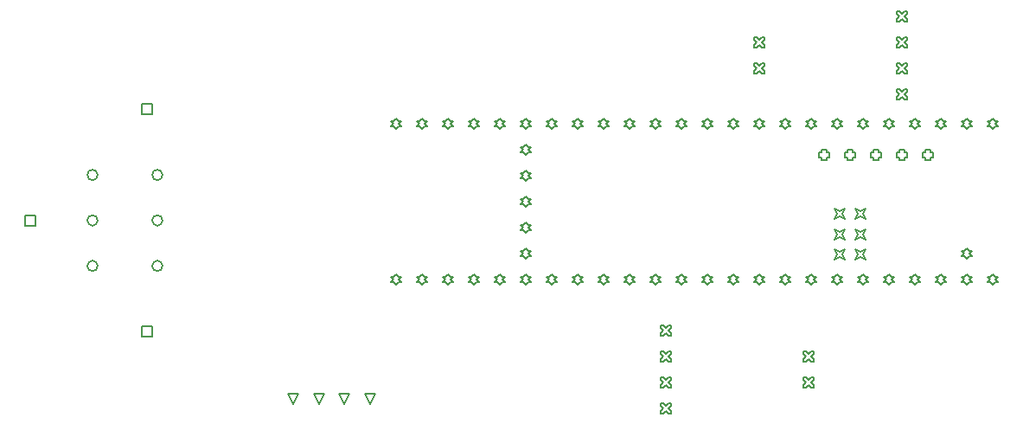
<source format=gbr>
%TF.GenerationSoftware,Altium Limited,Altium Designer,24.10.1 (45)*%
G04 Layer_Color=2752767*
%FSLAX45Y45*%
%MOMM*%
%TF.SameCoordinates,7F7612D6-C118-48B3-99A1-FC737374F31D*%
%TF.FilePolarity,Positive*%
%TF.FileFunction,Drawing*%
%TF.Part,Single*%
G01*
G75*
%TA.AperFunction,NonConductor*%
%ADD26C,0.12700*%
%ADD45C,0.16933*%
D26*
X939800Y2318900D02*
Y2420500D01*
X1041400D01*
Y2318900D01*
X939800D01*
X2082800Y3405900D02*
Y3507500D01*
X2184400D01*
Y3405900D01*
X2082800D01*
Y1231900D02*
Y1333500D01*
X2184400D01*
Y1231900D01*
X2082800D01*
X8559800Y736600D02*
X8585200D01*
X8610600Y762000D01*
X8636000Y736600D01*
X8661400D01*
Y762000D01*
X8636000Y787400D01*
X8661400Y812800D01*
Y838200D01*
X8636000D01*
X8610600Y812800D01*
X8585200Y838200D01*
X8559800D01*
Y812800D01*
X8585200Y787400D01*
X8559800Y762000D01*
Y736600D01*
Y990600D02*
X8585200D01*
X8610600Y1016000D01*
X8636000Y990600D01*
X8661400D01*
Y1016000D01*
X8636000Y1041400D01*
X8661400Y1066800D01*
Y1092200D01*
X8636000D01*
X8610600Y1066800D01*
X8585200Y1092200D01*
X8559800D01*
Y1066800D01*
X8585200Y1041400D01*
X8559800Y1016000D01*
Y990600D01*
X7162800Y1244600D02*
X7188200D01*
X7213600Y1270000D01*
X7239000Y1244600D01*
X7264400D01*
Y1270000D01*
X7239000Y1295400D01*
X7264400Y1320800D01*
Y1346200D01*
X7239000D01*
X7213600Y1320800D01*
X7188200Y1346200D01*
X7162800D01*
Y1320800D01*
X7188200Y1295400D01*
X7162800Y1270000D01*
Y1244600D01*
Y990600D02*
X7188200D01*
X7213600Y1016000D01*
X7239000Y990600D01*
X7264400D01*
Y1016000D01*
X7239000Y1041400D01*
X7264400Y1066800D01*
Y1092200D01*
X7239000D01*
X7213600Y1066800D01*
X7188200Y1092200D01*
X7162800D01*
Y1066800D01*
X7188200Y1041400D01*
X7162800Y1016000D01*
Y990600D01*
Y736600D02*
X7188200D01*
X7213600Y762000D01*
X7239000Y736600D01*
X7264400D01*
Y762000D01*
X7239000Y787400D01*
X7264400Y812800D01*
Y838200D01*
X7239000D01*
X7213600Y812800D01*
X7188200Y838200D01*
X7162800D01*
Y812800D01*
X7188200Y787400D01*
X7162800Y762000D01*
Y736600D01*
Y482600D02*
X7188200D01*
X7213600Y508000D01*
X7239000Y482600D01*
X7264400D01*
Y508000D01*
X7239000Y533400D01*
X7264400Y558800D01*
Y584200D01*
X7239000D01*
X7213600Y558800D01*
X7188200Y584200D01*
X7162800D01*
Y558800D01*
X7188200Y533400D01*
X7162800Y508000D01*
Y482600D01*
X6604000Y1739900D02*
X6629400Y1765300D01*
X6654800D01*
X6629400Y1790700D01*
X6654800Y1816100D01*
X6629400D01*
X6604000Y1841500D01*
X6578600Y1816100D01*
X6553200D01*
X6578600Y1790700D01*
X6553200Y1765300D01*
X6578600D01*
X6604000Y1739900D01*
X6350000D02*
X6375400Y1765300D01*
X6400800D01*
X6375400Y1790700D01*
X6400800Y1816100D01*
X6375400D01*
X6350000Y1841500D01*
X6324600Y1816100D01*
X6299200D01*
X6324600Y1790700D01*
X6299200Y1765300D01*
X6324600D01*
X6350000Y1739900D01*
X6096000D02*
X6121400Y1765300D01*
X6146800D01*
X6121400Y1790700D01*
X6146800Y1816100D01*
X6121400D01*
X6096000Y1841500D01*
X6070600Y1816100D01*
X6045200D01*
X6070600Y1790700D01*
X6045200Y1765300D01*
X6070600D01*
X6096000Y1739900D01*
X5842000D02*
X5867400Y1765300D01*
X5892800D01*
X5867400Y1790700D01*
X5892800Y1816100D01*
X5867400D01*
X5842000Y1841500D01*
X5816600Y1816100D01*
X5791200D01*
X5816600Y1790700D01*
X5791200Y1765300D01*
X5816600D01*
X5842000Y1739900D01*
X5588000D02*
X5613400Y1765300D01*
X5638800D01*
X5613400Y1790700D01*
X5638800Y1816100D01*
X5613400D01*
X5588000Y1841500D01*
X5562600Y1816100D01*
X5537200D01*
X5562600Y1790700D01*
X5537200Y1765300D01*
X5562600D01*
X5588000Y1739900D01*
X5334000D02*
X5359400Y1765300D01*
X5384800D01*
X5359400Y1790700D01*
X5384800Y1816100D01*
X5359400D01*
X5334000Y1841500D01*
X5308600Y1816100D01*
X5283200D01*
X5308600Y1790700D01*
X5283200Y1765300D01*
X5308600D01*
X5334000Y1739900D01*
X5080000D02*
X5105400Y1765300D01*
X5130800D01*
X5105400Y1790700D01*
X5130800Y1816100D01*
X5105400D01*
X5080000Y1841500D01*
X5054600Y1816100D01*
X5029200D01*
X5054600Y1790700D01*
X5029200Y1765300D01*
X5054600D01*
X5080000Y1739900D01*
X4826000D02*
X4851400Y1765300D01*
X4876800D01*
X4851400Y1790700D01*
X4876800Y1816100D01*
X4851400D01*
X4826000Y1841500D01*
X4800600Y1816100D01*
X4775200D01*
X4800600Y1790700D01*
X4775200Y1765300D01*
X4800600D01*
X4826000Y1739900D01*
X4572000D02*
X4597400Y1765300D01*
X4622800D01*
X4597400Y1790700D01*
X4622800Y1816100D01*
X4597400D01*
X4572000Y1841500D01*
X4546600Y1816100D01*
X4521200D01*
X4546600Y1790700D01*
X4521200Y1765300D01*
X4546600D01*
X4572000Y1739900D01*
Y3263900D02*
X4597400Y3289300D01*
X4622800D01*
X4597400Y3314700D01*
X4622800Y3340100D01*
X4597400D01*
X4572000Y3365500D01*
X4546600Y3340100D01*
X4521200D01*
X4546600Y3314700D01*
X4521200Y3289300D01*
X4546600D01*
X4572000Y3263900D01*
X4826000D02*
X4851400Y3289300D01*
X4876800D01*
X4851400Y3314700D01*
X4876800Y3340100D01*
X4851400D01*
X4826000Y3365500D01*
X4800600Y3340100D01*
X4775200D01*
X4800600Y3314700D01*
X4775200Y3289300D01*
X4800600D01*
X4826000Y3263900D01*
X5080000D02*
X5105400Y3289300D01*
X5130800D01*
X5105400Y3314700D01*
X5130800Y3340100D01*
X5105400D01*
X5080000Y3365500D01*
X5054600Y3340100D01*
X5029200D01*
X5054600Y3314700D01*
X5029200Y3289300D01*
X5054600D01*
X5080000Y3263900D01*
X5334000D02*
X5359400Y3289300D01*
X5384800D01*
X5359400Y3314700D01*
X5384800Y3340100D01*
X5359400D01*
X5334000Y3365500D01*
X5308600Y3340100D01*
X5283200D01*
X5308600Y3314700D01*
X5283200Y3289300D01*
X5308600D01*
X5334000Y3263900D01*
X5588000D02*
X5613400Y3289300D01*
X5638800D01*
X5613400Y3314700D01*
X5638800Y3340100D01*
X5613400D01*
X5588000Y3365500D01*
X5562600Y3340100D01*
X5537200D01*
X5562600Y3314700D01*
X5537200Y3289300D01*
X5562600D01*
X5588000Y3263900D01*
X5842000D02*
X5867400Y3289300D01*
X5892800D01*
X5867400Y3314700D01*
X5892800Y3340100D01*
X5867400D01*
X5842000Y3365500D01*
X5816600Y3340100D01*
X5791200D01*
X5816600Y3314700D01*
X5791200Y3289300D01*
X5816600D01*
X5842000Y3263900D01*
X6096000D02*
X6121400Y3289300D01*
X6146800D01*
X6121400Y3314700D01*
X6146800Y3340100D01*
X6121400D01*
X6096000Y3365500D01*
X6070600Y3340100D01*
X6045200D01*
X6070600Y3314700D01*
X6045200Y3289300D01*
X6070600D01*
X6096000Y3263900D01*
X6350000D02*
X6375400Y3289300D01*
X6400800D01*
X6375400Y3314700D01*
X6400800Y3340100D01*
X6375400D01*
X6350000Y3365500D01*
X6324600Y3340100D01*
X6299200D01*
X6324600Y3314700D01*
X6299200Y3289300D01*
X6324600D01*
X6350000Y3263900D01*
X6604000D02*
X6629400Y3289300D01*
X6654800D01*
X6629400Y3314700D01*
X6654800Y3340100D01*
X6629400D01*
X6604000Y3365500D01*
X6578600Y3340100D01*
X6553200D01*
X6578600Y3314700D01*
X6553200Y3289300D01*
X6578600D01*
X6604000Y3263900D01*
X10414000Y1739900D02*
X10439400Y1765300D01*
X10464800D01*
X10439400Y1790700D01*
X10464800Y1816100D01*
X10439400D01*
X10414000Y1841500D01*
X10388600Y1816100D01*
X10363200D01*
X10388600Y1790700D01*
X10363200Y1765300D01*
X10388600D01*
X10414000Y1739900D01*
X10160000D02*
X10185400Y1765300D01*
X10210800D01*
X10185400Y1790700D01*
X10210800Y1816100D01*
X10185400D01*
X10160000Y1841500D01*
X10134600Y1816100D01*
X10109200D01*
X10134600Y1790700D01*
X10109200Y1765300D01*
X10134600D01*
X10160000Y1739900D01*
X9906000D02*
X9931400Y1765300D01*
X9956800D01*
X9931400Y1790700D01*
X9956800Y1816100D01*
X9931400D01*
X9906000Y1841500D01*
X9880600Y1816100D01*
X9855200D01*
X9880600Y1790700D01*
X9855200Y1765300D01*
X9880600D01*
X9906000Y1739900D01*
X9652000D02*
X9677400Y1765300D01*
X9702800D01*
X9677400Y1790700D01*
X9702800Y1816100D01*
X9677400D01*
X9652000Y1841500D01*
X9626600Y1816100D01*
X9601200D01*
X9626600Y1790700D01*
X9601200Y1765300D01*
X9626600D01*
X9652000Y1739900D01*
X9398000D02*
X9423400Y1765300D01*
X9448800D01*
X9423400Y1790700D01*
X9448800Y1816100D01*
X9423400D01*
X9398000Y1841500D01*
X9372600Y1816100D01*
X9347200D01*
X9372600Y1790700D01*
X9347200Y1765300D01*
X9372600D01*
X9398000Y1739900D01*
X9144000D02*
X9169400Y1765300D01*
X9194800D01*
X9169400Y1790700D01*
X9194800Y1816100D01*
X9169400D01*
X9144000Y1841500D01*
X9118600Y1816100D01*
X9093200D01*
X9118600Y1790700D01*
X9093200Y1765300D01*
X9118600D01*
X9144000Y1739900D01*
X8890000D02*
X8915400Y1765300D01*
X8940800D01*
X8915400Y1790700D01*
X8940800Y1816100D01*
X8915400D01*
X8890000Y1841500D01*
X8864600Y1816100D01*
X8839200D01*
X8864600Y1790700D01*
X8839200Y1765300D01*
X8864600D01*
X8890000Y1739900D01*
X8636000D02*
X8661400Y1765300D01*
X8686800D01*
X8661400Y1790700D01*
X8686800Y1816100D01*
X8661400D01*
X8636000Y1841500D01*
X8610600Y1816100D01*
X8585200D01*
X8610600Y1790700D01*
X8585200Y1765300D01*
X8610600D01*
X8636000Y1739900D01*
X8382000D02*
X8407400Y1765300D01*
X8432800D01*
X8407400Y1790700D01*
X8432800Y1816100D01*
X8407400D01*
X8382000Y1841500D01*
X8356600Y1816100D01*
X8331200D01*
X8356600Y1790700D01*
X8331200Y1765300D01*
X8356600D01*
X8382000Y1739900D01*
X8128000D02*
X8153400Y1765300D01*
X8178800D01*
X8153400Y1790700D01*
X8178800Y1816100D01*
X8153400D01*
X8128000Y1841500D01*
X8102600Y1816100D01*
X8077200D01*
X8102600Y1790700D01*
X8077200Y1765300D01*
X8102600D01*
X8128000Y1739900D01*
X7874000D02*
X7899400Y1765300D01*
X7924800D01*
X7899400Y1790700D01*
X7924800Y1816100D01*
X7899400D01*
X7874000Y1841500D01*
X7848600Y1816100D01*
X7823200D01*
X7848600Y1790700D01*
X7823200Y1765300D01*
X7848600D01*
X7874000Y1739900D01*
X7620000D02*
X7645400Y1765300D01*
X7670800D01*
X7645400Y1790700D01*
X7670800Y1816100D01*
X7645400D01*
X7620000Y1841500D01*
X7594600Y1816100D01*
X7569200D01*
X7594600Y1790700D01*
X7569200Y1765300D01*
X7594600D01*
X7620000Y1739900D01*
X7366000D02*
X7391400Y1765300D01*
X7416800D01*
X7391400Y1790700D01*
X7416800Y1816100D01*
X7391400D01*
X7366000Y1841500D01*
X7340600Y1816100D01*
X7315200D01*
X7340600Y1790700D01*
X7315200Y1765300D01*
X7340600D01*
X7366000Y1739900D01*
X7112000D02*
X7137400Y1765300D01*
X7162800D01*
X7137400Y1790700D01*
X7162800Y1816100D01*
X7137400D01*
X7112000Y1841500D01*
X7086600Y1816100D01*
X7061200D01*
X7086600Y1790700D01*
X7061200Y1765300D01*
X7086600D01*
X7112000Y1739900D01*
X6858000Y3263900D02*
X6883400Y3289300D01*
X6908800D01*
X6883400Y3314700D01*
X6908800Y3340100D01*
X6883400D01*
X6858000Y3365500D01*
X6832600Y3340100D01*
X6807200D01*
X6832600Y3314700D01*
X6807200Y3289300D01*
X6832600D01*
X6858000Y3263900D01*
X7112000D02*
X7137400Y3289300D01*
X7162800D01*
X7137400Y3314700D01*
X7162800Y3340100D01*
X7137400D01*
X7112000Y3365500D01*
X7086600Y3340100D01*
X7061200D01*
X7086600Y3314700D01*
X7061200Y3289300D01*
X7086600D01*
X7112000Y3263900D01*
X7366000D02*
X7391400Y3289300D01*
X7416800D01*
X7391400Y3314700D01*
X7416800Y3340100D01*
X7391400D01*
X7366000Y3365500D01*
X7340600Y3340100D01*
X7315200D01*
X7340600Y3314700D01*
X7315200Y3289300D01*
X7340600D01*
X7366000Y3263900D01*
X7620000D02*
X7645400Y3289300D01*
X7670800D01*
X7645400Y3314700D01*
X7670800Y3340100D01*
X7645400D01*
X7620000Y3365500D01*
X7594600Y3340100D01*
X7569200D01*
X7594600Y3314700D01*
X7569200Y3289300D01*
X7594600D01*
X7620000Y3263900D01*
X7874000D02*
X7899400Y3289300D01*
X7924800D01*
X7899400Y3314700D01*
X7924800Y3340100D01*
X7899400D01*
X7874000Y3365500D01*
X7848600Y3340100D01*
X7823200D01*
X7848600Y3314700D01*
X7823200Y3289300D01*
X7848600D01*
X7874000Y3263900D01*
X8128000D02*
X8153400Y3289300D01*
X8178800D01*
X8153400Y3314700D01*
X8178800Y3340100D01*
X8153400D01*
X8128000Y3365500D01*
X8102600Y3340100D01*
X8077200D01*
X8102600Y3314700D01*
X8077200Y3289300D01*
X8102600D01*
X8128000Y3263900D01*
X8382000D02*
X8407400Y3289300D01*
X8432800D01*
X8407400Y3314700D01*
X8432800Y3340100D01*
X8407400D01*
X8382000Y3365500D01*
X8356600Y3340100D01*
X8331200D01*
X8356600Y3314700D01*
X8331200Y3289300D01*
X8356600D01*
X8382000Y3263900D01*
X8636000D02*
X8661400Y3289300D01*
X8686800D01*
X8661400Y3314700D01*
X8686800Y3340100D01*
X8661400D01*
X8636000Y3365500D01*
X8610600Y3340100D01*
X8585200D01*
X8610600Y3314700D01*
X8585200Y3289300D01*
X8610600D01*
X8636000Y3263900D01*
X8890000D02*
X8915400Y3289300D01*
X8940800D01*
X8915400Y3314700D01*
X8940800Y3340100D01*
X8915400D01*
X8890000Y3365500D01*
X8864600Y3340100D01*
X8839200D01*
X8864600Y3314700D01*
X8839200Y3289300D01*
X8864600D01*
X8890000Y3263900D01*
X9144000D02*
X9169400Y3289300D01*
X9194800D01*
X9169400Y3314700D01*
X9194800Y3340100D01*
X9169400D01*
X9144000Y3365500D01*
X9118600Y3340100D01*
X9093200D01*
X9118600Y3314700D01*
X9093200Y3289300D01*
X9118600D01*
X9144000Y3263900D01*
X9398000D02*
X9423400Y3289300D01*
X9448800D01*
X9423400Y3314700D01*
X9448800Y3340100D01*
X9423400D01*
X9398000Y3365500D01*
X9372600Y3340100D01*
X9347200D01*
X9372600Y3314700D01*
X9347200Y3289300D01*
X9372600D01*
X9398000Y3263900D01*
X9652000D02*
X9677400Y3289300D01*
X9702800D01*
X9677400Y3314700D01*
X9702800Y3340100D01*
X9677400D01*
X9652000Y3365500D01*
X9626600Y3340100D01*
X9601200D01*
X9626600Y3314700D01*
X9601200Y3289300D01*
X9626600D01*
X9652000Y3263900D01*
X9906000D02*
X9931400Y3289300D01*
X9956800D01*
X9931400Y3314700D01*
X9956800Y3340100D01*
X9931400D01*
X9906000Y3365500D01*
X9880600Y3340100D01*
X9855200D01*
X9880600Y3314700D01*
X9855200Y3289300D01*
X9880600D01*
X9906000Y3263900D01*
X8737600Y2984300D02*
Y2958900D01*
X8788400D01*
Y2984300D01*
X8813800D01*
Y3035100D01*
X8788400D01*
Y3060500D01*
X8737600D01*
Y3035100D01*
X8712200D01*
Y2984300D01*
X8737600D01*
X8991600D02*
Y2958900D01*
X9042400D01*
Y2984300D01*
X9067800D01*
Y3035100D01*
X9042400D01*
Y3060500D01*
X8991600D01*
Y3035100D01*
X8966200D01*
Y2984300D01*
X8991600D01*
X9245600D02*
Y2958900D01*
X9296400D01*
Y2984300D01*
X9321800D01*
Y3035100D01*
X9296400D01*
Y3060500D01*
X9245600D01*
Y3035100D01*
X9220200D01*
Y2984300D01*
X9245600D01*
X9499600D02*
Y2958900D01*
X9550400D01*
Y2984300D01*
X9575800D01*
Y3035100D01*
X9550400D01*
Y3060500D01*
X9499600D01*
Y3035100D01*
X9474200D01*
Y2984300D01*
X9499600D01*
X9753600D02*
Y2958900D01*
X9804400D01*
Y2984300D01*
X9829800D01*
Y3035100D01*
X9804400D01*
Y3060500D01*
X9753600D01*
Y3035100D01*
X9728200D01*
Y2984300D01*
X9753600D01*
X9066200Y2384900D02*
X9091600Y2435700D01*
X9066200Y2486500D01*
X9117000Y2461100D01*
X9167800Y2486500D01*
X9142400Y2435700D01*
X9167800Y2384900D01*
X9117000Y2410300D01*
X9066200Y2384900D01*
Y2184900D02*
X9091600Y2235700D01*
X9066200Y2286500D01*
X9117000Y2261100D01*
X9167800Y2286500D01*
X9142400Y2235700D01*
X9167800Y2184900D01*
X9117000Y2210300D01*
X9066200Y2184900D01*
X8866200Y2384900D02*
X8891600Y2435700D01*
X8866200Y2486500D01*
X8917000Y2461100D01*
X8967800Y2486500D01*
X8942400Y2435700D01*
X8967800Y2384900D01*
X8917000Y2410300D01*
X8866200Y2384900D01*
Y2184900D02*
X8891600Y2235700D01*
X8866200Y2286500D01*
X8917000Y2261100D01*
X8967800Y2286500D01*
X8942400Y2235700D01*
X8967800Y2184900D01*
X8917000Y2210300D01*
X8866200Y2184900D01*
X9066200Y1984900D02*
X9091600Y2035700D01*
X9066200Y2086500D01*
X9117000Y2061100D01*
X9167800Y2086500D01*
X9142400Y2035700D01*
X9167800Y1984900D01*
X9117000Y2010300D01*
X9066200Y1984900D01*
X8866200D02*
X8891600Y2035700D01*
X8866200Y2086500D01*
X8917000Y2061100D01*
X8967800Y2086500D01*
X8942400Y2035700D01*
X8967800Y1984900D01*
X8917000Y2010300D01*
X8866200Y1984900D01*
X6858000Y1739900D02*
X6883400Y1765300D01*
X6908800D01*
X6883400Y1790700D01*
X6908800Y1816100D01*
X6883400D01*
X6858000Y1841500D01*
X6832600Y1816100D01*
X6807200D01*
X6832600Y1790700D01*
X6807200Y1765300D01*
X6832600D01*
X6858000Y1739900D01*
X5842000Y2247900D02*
X5867400Y2273300D01*
X5892800D01*
X5867400Y2298700D01*
X5892800Y2324100D01*
X5867400D01*
X5842000Y2349500D01*
X5816600Y2324100D01*
X5791200D01*
X5816600Y2298700D01*
X5791200Y2273300D01*
X5816600D01*
X5842000Y2247900D01*
X10160000Y1993900D02*
X10185400Y2019300D01*
X10210800D01*
X10185400Y2044700D01*
X10210800Y2070100D01*
X10185400D01*
X10160000Y2095500D01*
X10134600Y2070100D01*
X10109200D01*
X10134600Y2044700D01*
X10109200Y2019300D01*
X10134600D01*
X10160000Y1993900D01*
X5842000D02*
X5867400Y2019300D01*
X5892800D01*
X5867400Y2044700D01*
X5892800Y2070100D01*
X5867400D01*
X5842000Y2095500D01*
X5816600Y2070100D01*
X5791200D01*
X5816600Y2044700D01*
X5791200Y2019300D01*
X5816600D01*
X5842000Y1993900D01*
Y2501900D02*
X5867400Y2527300D01*
X5892800D01*
X5867400Y2552700D01*
X5892800Y2578100D01*
X5867400D01*
X5842000Y2603500D01*
X5816600Y2578100D01*
X5791200D01*
X5816600Y2552700D01*
X5791200Y2527300D01*
X5816600D01*
X5842000Y2501900D01*
Y2755900D02*
X5867400Y2781300D01*
X5892800D01*
X5867400Y2806700D01*
X5892800Y2832100D01*
X5867400D01*
X5842000Y2857500D01*
X5816600Y2832100D01*
X5791200D01*
X5816600Y2806700D01*
X5791200Y2781300D01*
X5816600D01*
X5842000Y2755900D01*
Y3009900D02*
X5867400Y3035300D01*
X5892800D01*
X5867400Y3060700D01*
X5892800Y3086100D01*
X5867400D01*
X5842000Y3111500D01*
X5816600Y3086100D01*
X5791200D01*
X5816600Y3060700D01*
X5791200Y3035300D01*
X5816600D01*
X5842000Y3009900D01*
X10160000Y3263900D02*
X10185400Y3289300D01*
X10210800D01*
X10185400Y3314700D01*
X10210800Y3340100D01*
X10185400D01*
X10160000Y3365500D01*
X10134600Y3340100D01*
X10109200D01*
X10134600Y3314700D01*
X10109200Y3289300D01*
X10134600D01*
X10160000Y3263900D01*
X10414000D02*
X10439400Y3289300D01*
X10464800D01*
X10439400Y3314700D01*
X10464800Y3340100D01*
X10439400D01*
X10414000Y3365500D01*
X10388600Y3340100D01*
X10363200D01*
X10388600Y3314700D01*
X10363200Y3289300D01*
X10388600D01*
X10414000Y3263900D01*
X8077200Y4064000D02*
X8102600D01*
X8128000Y4089400D01*
X8153400Y4064000D01*
X8178800D01*
Y4089400D01*
X8153400Y4114800D01*
X8178800Y4140200D01*
Y4165600D01*
X8153400D01*
X8128000Y4140200D01*
X8102600Y4165600D01*
X8077200D01*
Y4140200D01*
X8102600Y4114800D01*
X8077200Y4089400D01*
Y4064000D01*
Y3810000D02*
X8102600D01*
X8128000Y3835400D01*
X8153400Y3810000D01*
X8178800D01*
Y3835400D01*
X8153400Y3860800D01*
X8178800Y3886200D01*
Y3911600D01*
X8153400D01*
X8128000Y3886200D01*
X8102600Y3911600D01*
X8077200D01*
Y3886200D01*
X8102600Y3860800D01*
X8077200Y3835400D01*
Y3810000D01*
X9474200Y3556000D02*
X9499600D01*
X9525000Y3581400D01*
X9550400Y3556000D01*
X9575800D01*
Y3581400D01*
X9550400Y3606800D01*
X9575800Y3632200D01*
Y3657600D01*
X9550400D01*
X9525000Y3632200D01*
X9499600Y3657600D01*
X9474200D01*
Y3632200D01*
X9499600Y3606800D01*
X9474200Y3581400D01*
Y3556000D01*
Y3810000D02*
X9499600D01*
X9525000Y3835400D01*
X9550400Y3810000D01*
X9575800D01*
Y3835400D01*
X9550400Y3860800D01*
X9575800Y3886200D01*
Y3911600D01*
X9550400D01*
X9525000Y3886200D01*
X9499600Y3911600D01*
X9474200D01*
Y3886200D01*
X9499600Y3860800D01*
X9474200Y3835400D01*
Y3810000D01*
Y4064000D02*
X9499600D01*
X9525000Y4089400D01*
X9550400Y4064000D01*
X9575800D01*
Y4089400D01*
X9550400Y4114800D01*
X9575800Y4140200D01*
Y4165600D01*
X9550400D01*
X9525000Y4140200D01*
X9499600Y4165600D01*
X9474200D01*
Y4140200D01*
X9499600Y4114800D01*
X9474200Y4089400D01*
Y4064000D01*
Y4318000D02*
X9499600D01*
X9525000Y4343400D01*
X9550400Y4318000D01*
X9575800D01*
Y4343400D01*
X9550400Y4368800D01*
X9575800Y4394200D01*
Y4419600D01*
X9550400D01*
X9525000Y4394200D01*
X9499600Y4419600D01*
X9474200D01*
Y4394200D01*
X9499600Y4368800D01*
X9474200Y4343400D01*
Y4318000D01*
X3568700Y571500D02*
X3517900Y673100D01*
X3619500D01*
X3568700Y571500D01*
X3818700D02*
X3767900Y673100D01*
X3869500D01*
X3818700Y571500D01*
X4068700D02*
X4017900Y673100D01*
X4119500D01*
X4068700Y571500D01*
X4318700D02*
X4267900Y673100D01*
X4369500D01*
X4318700Y571500D01*
D45*
X1651400Y2814700D02*
G03*
X1651400Y2814700I-50800J0D01*
G01*
Y1924700D02*
G03*
X1651400Y1924700I-50800J0D01*
G01*
X2286400Y2814700D02*
G03*
X2286400Y2814700I-50800J0D01*
G01*
Y2369700D02*
G03*
X2286400Y2369700I-50800J0D01*
G01*
Y1924700D02*
G03*
X2286400Y1924700I-50800J0D01*
G01*
X1651400Y2369700D02*
G03*
X1651400Y2369700I-50800J0D01*
G01*
%TF.MD5,7a58c19ff92af20c3dce92b2a72cd5f6*%
M02*

</source>
